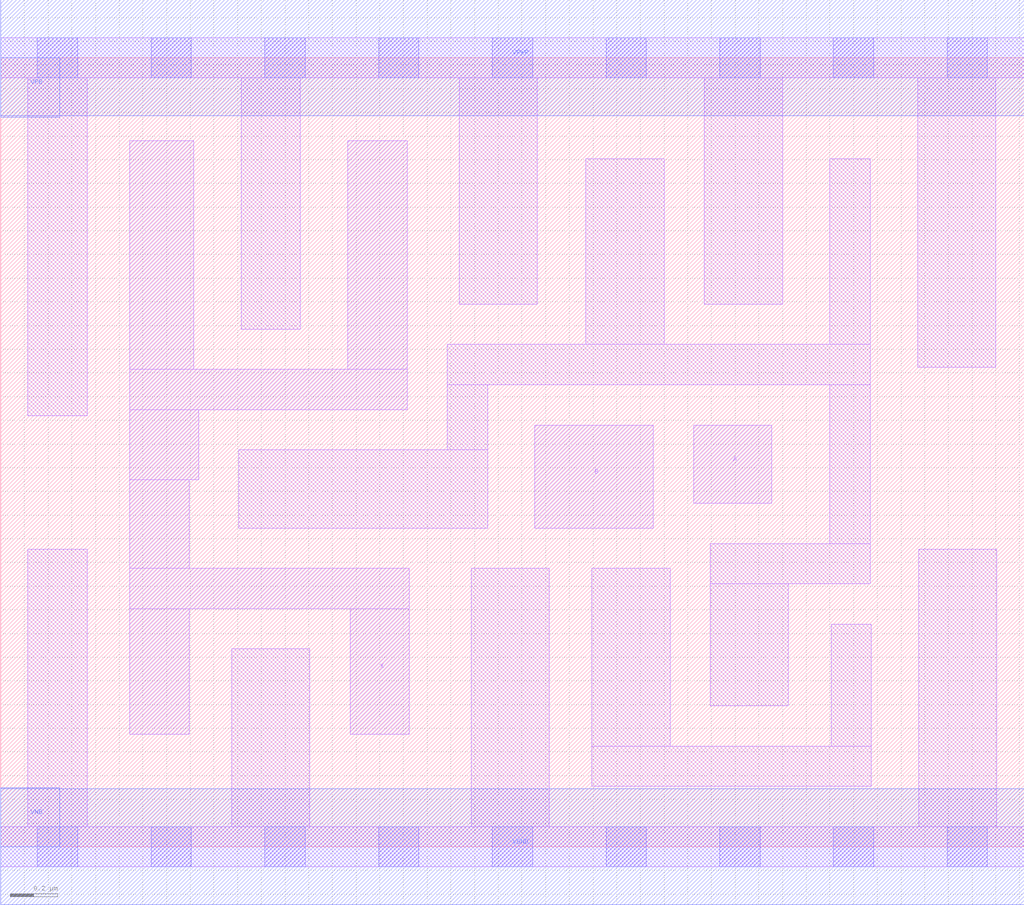
<source format=lef>
# Copyright 2020 The SkyWater PDK Authors
#
# Licensed under the Apache License, Version 2.0 (the "License");
# you may not use this file except in compliance with the License.
# You may obtain a copy of the License at
#
#     https://www.apache.org/licenses/LICENSE-2.0
#
# Unless required by applicable law or agreed to in writing, software
# distributed under the License is distributed on an "AS IS" BASIS,
# WITHOUT WARRANTIES OR CONDITIONS OF ANY KIND, either express or implied.
# See the License for the specific language governing permissions and
# limitations under the License.
#
# SPDX-License-Identifier: Apache-2.0

VERSION 5.5 ;
NAMESCASESENSITIVE ON ;
BUSBITCHARS "[]" ;
DIVIDERCHAR "/" ;
MACRO sky130_fd_sc_ms__and2_4
  CLASS CORE ;
  SOURCE USER ;
  ORIGIN  0.000000  0.000000 ;
  SIZE  4.320000 BY  3.330000 ;
  SYMMETRY X Y ;
  SITE unit ;
  PIN A
    ANTENNAGATEAREA  0.444000 ;
    DIRECTION INPUT ;
    USE SIGNAL ;
    PORT
      LAYER li1 ;
        RECT 2.925000 1.450000 3.255000 1.780000 ;
    END
  END A
  PIN B
    ANTENNAGATEAREA  0.444000 ;
    DIRECTION INPUT ;
    USE SIGNAL ;
    PORT
      LAYER li1 ;
        RECT 2.255000 1.345000 2.755000 1.780000 ;
    END
  END B
  PIN X
    ANTENNADIFFAREA  1.219800 ;
    DIRECTION OUTPUT ;
    USE SIGNAL ;
    PORT
      LAYER li1 ;
        RECT 0.545000 0.475000 0.795000 1.005000 ;
        RECT 0.545000 1.005000 1.725000 1.175000 ;
        RECT 0.545000 1.175000 0.795000 1.550000 ;
        RECT 0.545000 1.550000 0.835000 1.845000 ;
        RECT 0.545000 1.845000 1.715000 2.015000 ;
        RECT 0.545000 2.015000 0.815000 2.980000 ;
        RECT 1.465000 2.015000 1.715000 2.980000 ;
        RECT 1.475000 0.475000 1.725000 1.005000 ;
    END
  END X
  PIN VGND
    DIRECTION INOUT ;
    USE GROUND ;
    PORT
      LAYER met1 ;
        RECT 0.000000 -0.245000 4.320000 0.245000 ;
    END
  END VGND
  PIN VNB
    DIRECTION INOUT ;
    USE GROUND ;
    PORT
    END
  END VNB
  PIN VPB
    DIRECTION INOUT ;
    USE POWER ;
    PORT
    END
  END VPB
  PIN VNB
    DIRECTION INOUT ;
    USE GROUND ;
    PORT
      LAYER met1 ;
        RECT 0.000000 0.000000 0.250000 0.250000 ;
    END
  END VNB
  PIN VPB
    DIRECTION INOUT ;
    USE POWER ;
    PORT
      LAYER met1 ;
        RECT 0.000000 3.080000 0.250000 3.330000 ;
    END
  END VPB
  PIN VPWR
    DIRECTION INOUT ;
    USE POWER ;
    PORT
      LAYER met1 ;
        RECT 0.000000 3.085000 4.320000 3.575000 ;
    END
  END VPWR
  OBS
    LAYER li1 ;
      RECT 0.000000 -0.085000 4.320000 0.085000 ;
      RECT 0.000000  3.245000 4.320000 3.415000 ;
      RECT 0.115000  0.085000 0.365000 1.255000 ;
      RECT 0.115000  1.820000 0.365000 3.245000 ;
      RECT 0.975000  0.085000 1.305000 0.835000 ;
      RECT 1.005000  1.345000 2.055000 1.675000 ;
      RECT 1.015000  2.185000 1.265000 3.245000 ;
      RECT 1.885000  1.675000 2.055000 1.950000 ;
      RECT 1.885000  1.950000 3.670000 2.120000 ;
      RECT 1.935000  2.290000 2.265000 3.245000 ;
      RECT 1.985000  0.085000 2.315000 1.175000 ;
      RECT 2.470000  2.120000 2.800000 2.905000 ;
      RECT 2.495000  0.255000 3.675000 0.425000 ;
      RECT 2.495000  0.425000 2.825000 1.175000 ;
      RECT 2.970000  2.290000 3.300000 3.245000 ;
      RECT 2.995000  0.595000 3.325000 1.110000 ;
      RECT 2.995000  1.110000 3.670000 1.280000 ;
      RECT 3.500000  1.280000 3.670000 1.950000 ;
      RECT 3.500000  2.120000 3.670000 2.905000 ;
      RECT 3.505000  0.425000 3.675000 0.940000 ;
      RECT 3.870000  2.025000 4.200000 3.245000 ;
      RECT 3.875000  0.085000 4.205000 1.255000 ;
    LAYER mcon ;
      RECT 0.155000 -0.085000 0.325000 0.085000 ;
      RECT 0.155000  3.245000 0.325000 3.415000 ;
      RECT 0.635000 -0.085000 0.805000 0.085000 ;
      RECT 0.635000  3.245000 0.805000 3.415000 ;
      RECT 1.115000 -0.085000 1.285000 0.085000 ;
      RECT 1.115000  3.245000 1.285000 3.415000 ;
      RECT 1.595000 -0.085000 1.765000 0.085000 ;
      RECT 1.595000  3.245000 1.765000 3.415000 ;
      RECT 2.075000 -0.085000 2.245000 0.085000 ;
      RECT 2.075000  3.245000 2.245000 3.415000 ;
      RECT 2.555000 -0.085000 2.725000 0.085000 ;
      RECT 2.555000  3.245000 2.725000 3.415000 ;
      RECT 3.035000 -0.085000 3.205000 0.085000 ;
      RECT 3.035000  3.245000 3.205000 3.415000 ;
      RECT 3.515000 -0.085000 3.685000 0.085000 ;
      RECT 3.515000  3.245000 3.685000 3.415000 ;
      RECT 3.995000 -0.085000 4.165000 0.085000 ;
      RECT 3.995000  3.245000 4.165000 3.415000 ;
  END
END sky130_fd_sc_ms__and2_4
END LIBRARY

</source>
